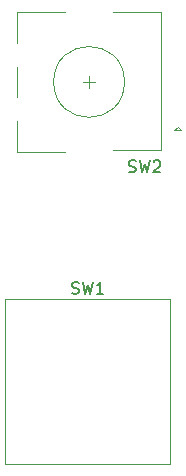
<source format=gto>
G04 #@! TF.GenerationSoftware,KiCad,Pcbnew,(5.1.7)-1*
G04 #@! TF.CreationDate,2021-04-25T15:55:36-07:00*
G04 #@! TF.ProjectId,daughter_board,64617567-6874-4657-925f-626f6172642e,rev?*
G04 #@! TF.SameCoordinates,Original*
G04 #@! TF.FileFunction,Legend,Top*
G04 #@! TF.FilePolarity,Positive*
%FSLAX46Y46*%
G04 Gerber Fmt 4.6, Leading zero omitted, Abs format (unit mm)*
G04 Created by KiCad (PCBNEW (5.1.7)-1) date 2021-04-25 15:55:36*
%MOMM*%
%LPD*%
G01*
G04 APERTURE LIST*
%ADD10C,0.120000*%
%ADD11C,0.150000*%
G04 APERTURE END LIST*
D10*
X136525000Y-114935000D02*
X136525000Y-100965000D01*
X150495000Y-114935000D02*
X136525000Y-114935000D01*
X150495000Y-100965000D02*
X150495000Y-114935000D01*
X136525000Y-100965000D02*
X150495000Y-100965000D01*
X146630000Y-82590000D02*
G75*
G03*
X146630000Y-82590000I-3000000J0D01*
G01*
X141630000Y-88490000D02*
X137530000Y-88490000D01*
X137530000Y-76690000D02*
X141630000Y-76690000D01*
X145630000Y-76690000D02*
X149730000Y-76690000D01*
X145630000Y-88390000D02*
X149730000Y-88390000D01*
X149730000Y-88390000D02*
X149730000Y-76690000D01*
X151130000Y-86390000D02*
X151430000Y-86690000D01*
X151430000Y-86690000D02*
X150830000Y-86690000D01*
X150830000Y-86690000D02*
X151130000Y-86390000D01*
X137530000Y-88490000D02*
X137530000Y-85890000D01*
X137530000Y-83890000D02*
X137530000Y-81290000D01*
X137530000Y-79290000D02*
X137530000Y-76690000D01*
X143630000Y-83090000D02*
X143630000Y-82090000D01*
X144130000Y-82590000D02*
X143130000Y-82590000D01*
D11*
X142176666Y-100480761D02*
X142319523Y-100528380D01*
X142557619Y-100528380D01*
X142652857Y-100480761D01*
X142700476Y-100433142D01*
X142748095Y-100337904D01*
X142748095Y-100242666D01*
X142700476Y-100147428D01*
X142652857Y-100099809D01*
X142557619Y-100052190D01*
X142367142Y-100004571D01*
X142271904Y-99956952D01*
X142224285Y-99909333D01*
X142176666Y-99814095D01*
X142176666Y-99718857D01*
X142224285Y-99623619D01*
X142271904Y-99576000D01*
X142367142Y-99528380D01*
X142605238Y-99528380D01*
X142748095Y-99576000D01*
X143081428Y-99528380D02*
X143319523Y-100528380D01*
X143510000Y-99814095D01*
X143700476Y-100528380D01*
X143938571Y-99528380D01*
X144843333Y-100528380D02*
X144271904Y-100528380D01*
X144557619Y-100528380D02*
X144557619Y-99528380D01*
X144462380Y-99671238D01*
X144367142Y-99766476D01*
X144271904Y-99814095D01*
X146996666Y-90194761D02*
X147139523Y-90242380D01*
X147377619Y-90242380D01*
X147472857Y-90194761D01*
X147520476Y-90147142D01*
X147568095Y-90051904D01*
X147568095Y-89956666D01*
X147520476Y-89861428D01*
X147472857Y-89813809D01*
X147377619Y-89766190D01*
X147187142Y-89718571D01*
X147091904Y-89670952D01*
X147044285Y-89623333D01*
X146996666Y-89528095D01*
X146996666Y-89432857D01*
X147044285Y-89337619D01*
X147091904Y-89290000D01*
X147187142Y-89242380D01*
X147425238Y-89242380D01*
X147568095Y-89290000D01*
X147901428Y-89242380D02*
X148139523Y-90242380D01*
X148330000Y-89528095D01*
X148520476Y-90242380D01*
X148758571Y-89242380D01*
X149091904Y-89337619D02*
X149139523Y-89290000D01*
X149234761Y-89242380D01*
X149472857Y-89242380D01*
X149568095Y-89290000D01*
X149615714Y-89337619D01*
X149663333Y-89432857D01*
X149663333Y-89528095D01*
X149615714Y-89670952D01*
X149044285Y-90242380D01*
X149663333Y-90242380D01*
M02*

</source>
